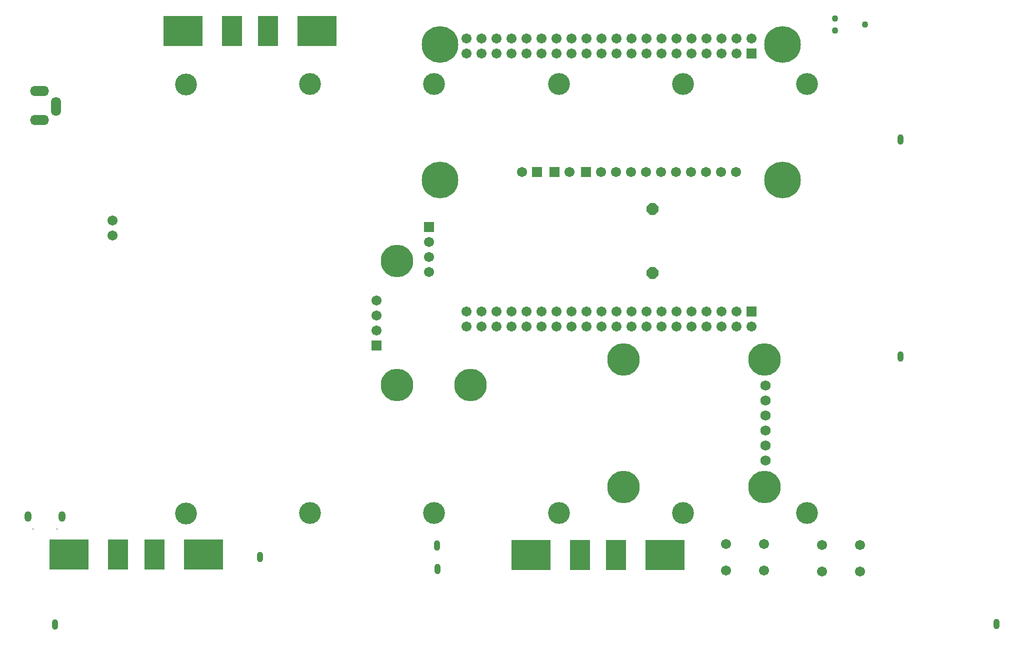
<source format=gbs>
G04*
G04 #@! TF.GenerationSoftware,Altium Limited,Altium Designer,20.2.5 (213)*
G04*
G04 Layer_Color=16711935*
%FSAX25Y25*%
%MOIN*%
G70*
G04*
G04 #@! TF.SameCoordinates,38458E12-344E-42E4-8E5B-5AAD2516AE5C*
G04*
G04*
G04 #@! TF.FilePolarity,Negative*
G04*
G01*
G75*
%ADD88R,0.06706X0.06706*%
%ADD134C,0.14580*%
%ADD135R,0.06706X0.06706*%
%ADD136C,0.06706*%
%ADD137P,0.08537X8X292.5*%
%ADD138O,0.04737X0.07099*%
%ADD139O,0.06706X0.12611*%
%ADD140O,0.12611X0.06706*%
%ADD141C,0.06800*%
%ADD142C,0.21666*%
%ADD143O,0.03950X0.07099*%
%ADD144C,0.04343*%
%ADD145R,0.00800X0.00800*%
%ADD146C,0.24422*%
%ADD191R,0.13792X0.20485*%
%ADD192R,0.26391X0.20485*%
D88*
X0584787Y0554887D02*
D03*
X0728043Y0633943D02*
D03*
X0596598Y0554887D02*
D03*
X0728047Y0461647D02*
D03*
X0617544Y0554887D02*
D03*
D134*
X0599412Y0613505D02*
D03*
Y0327505D02*
D03*
X0682312Y0613485D02*
D03*
Y0327485D02*
D03*
X0764938Y0327418D02*
D03*
Y0613418D02*
D03*
X0516269Y0613471D02*
D03*
Y0327471D02*
D03*
X0433690Y0613288D02*
D03*
Y0327289D02*
D03*
X0350916Y0327274D02*
D03*
Y0613274D02*
D03*
D135*
X0477801Y0439147D02*
D03*
X0512740Y0518076D02*
D03*
D136*
X0618043Y0643942D02*
D03*
X0667544Y0554887D02*
D03*
X0512740Y0508076D02*
D03*
Y0498076D02*
D03*
X0608047Y0451647D02*
D03*
X0477801Y0449147D02*
D03*
Y0459147D02*
D03*
X0717544Y0554887D02*
D03*
X0708047Y0451647D02*
D03*
X0688047Y0461647D02*
D03*
X0668047Y0451647D02*
D03*
X0638047D02*
D03*
X0608047Y0461647D02*
D03*
X0588047Y0451647D02*
D03*
X0568047D02*
D03*
X0538047Y0461647D02*
D03*
X0606598Y0554887D02*
D03*
X0302002Y0522296D02*
D03*
X0538043Y0633943D02*
D03*
X0568043Y0643942D02*
D03*
X0588043D02*
D03*
X0608043Y0633943D02*
D03*
X0638043Y0643942D02*
D03*
X0668043D02*
D03*
X0688043Y0633943D02*
D03*
X0708043Y0643942D02*
D03*
X0800356Y0306232D02*
D03*
X0774765Y0288515D02*
D03*
X0800356D02*
D03*
X0774765Y0306232D02*
D03*
X0736379Y0306704D02*
D03*
X0710789Y0288988D02*
D03*
X0736379D02*
D03*
X0710789Y0306704D02*
D03*
X0728043Y0643942D02*
D03*
X0718043Y0633943D02*
D03*
Y0643942D02*
D03*
X0708043Y0633943D02*
D03*
X0698043D02*
D03*
Y0643942D02*
D03*
X0688043D02*
D03*
X0678043Y0633943D02*
D03*
Y0643942D02*
D03*
X0668043Y0633943D02*
D03*
X0658043D02*
D03*
Y0643942D02*
D03*
X0648043Y0633943D02*
D03*
Y0643942D02*
D03*
X0638043Y0633943D02*
D03*
X0628043D02*
D03*
Y0643942D02*
D03*
X0618043Y0633943D02*
D03*
X0608043Y0643942D02*
D03*
X0598043Y0633943D02*
D03*
Y0643942D02*
D03*
X0588043Y0633943D02*
D03*
X0578043D02*
D03*
Y0643942D02*
D03*
X0568043Y0633943D02*
D03*
X0558043D02*
D03*
Y0643942D02*
D03*
X0548043Y0633943D02*
D03*
Y0643942D02*
D03*
X0538043D02*
D03*
X0302002Y0512453D02*
D03*
X0512740Y0488076D02*
D03*
X0574787Y0554887D02*
D03*
X0538047Y0451647D02*
D03*
X0548047D02*
D03*
Y0461647D02*
D03*
X0558047Y0451647D02*
D03*
Y0461647D02*
D03*
X0568047D02*
D03*
X0578047Y0451647D02*
D03*
Y0461647D02*
D03*
X0588047D02*
D03*
X0598047Y0451647D02*
D03*
Y0461647D02*
D03*
X0618047Y0451647D02*
D03*
Y0461647D02*
D03*
X0628047Y0451647D02*
D03*
Y0461647D02*
D03*
X0638047D02*
D03*
X0648047Y0451647D02*
D03*
Y0461647D02*
D03*
X0658047Y0451647D02*
D03*
Y0461647D02*
D03*
X0668047D02*
D03*
X0678047Y0451647D02*
D03*
Y0461647D02*
D03*
X0688047Y0451647D02*
D03*
X0698047D02*
D03*
Y0461647D02*
D03*
X0708047D02*
D03*
X0718047Y0451647D02*
D03*
Y0461647D02*
D03*
X0728047Y0451647D02*
D03*
X0627544Y0554887D02*
D03*
X0637544D02*
D03*
X0647544D02*
D03*
X0657544D02*
D03*
X0677544D02*
D03*
X0687544D02*
D03*
X0697544D02*
D03*
X0707544D02*
D03*
X0477801Y0469147D02*
D03*
D137*
X0661991Y0530045D02*
D03*
Y0487525D02*
D03*
D138*
X0245509Y0325259D02*
D03*
X0268147D02*
D03*
D139*
X0264308Y0598458D02*
D03*
D140*
X0253285Y0589403D02*
D03*
Y0608694D02*
D03*
D141*
X0737326Y0412378D02*
D03*
Y0362378D02*
D03*
Y0372378D02*
D03*
Y0382378D02*
D03*
Y0392378D02*
D03*
Y0402378D02*
D03*
D142*
X0736539Y0429937D02*
D03*
Y0344819D02*
D03*
X0642444D02*
D03*
Y0429937D02*
D03*
X0491458Y0495613D02*
D03*
Y0412936D02*
D03*
X0540671D02*
D03*
D143*
X0263492Y0253245D02*
D03*
X0891257Y0253348D02*
D03*
X0827221Y0431935D02*
D03*
Y0576423D02*
D03*
X0518444Y0290005D02*
D03*
X0518366Y0305793D02*
D03*
X0400374Y0298195D02*
D03*
D144*
X0783639Y0657195D02*
D03*
Y0649194D02*
D03*
X0803639Y0653195D02*
D03*
D145*
X0264812Y0316795D02*
D03*
X0248867D02*
D03*
D146*
X0520220Y0549376D02*
D03*
X0748566D02*
D03*
X0748563Y0639927D02*
D03*
X0520216D02*
D03*
D191*
X0405454Y0648846D02*
D03*
X0637698Y0299318D02*
D03*
X0329720Y0299922D02*
D03*
X0305704D02*
D03*
X0613683Y0299318D02*
D03*
X0381439Y0648846D02*
D03*
D192*
X0273027Y0299922D02*
D03*
X0362397D02*
D03*
X0581005Y0299318D02*
D03*
X0670375D02*
D03*
X0348762Y0648846D02*
D03*
X0438132D02*
D03*
M02*

</source>
